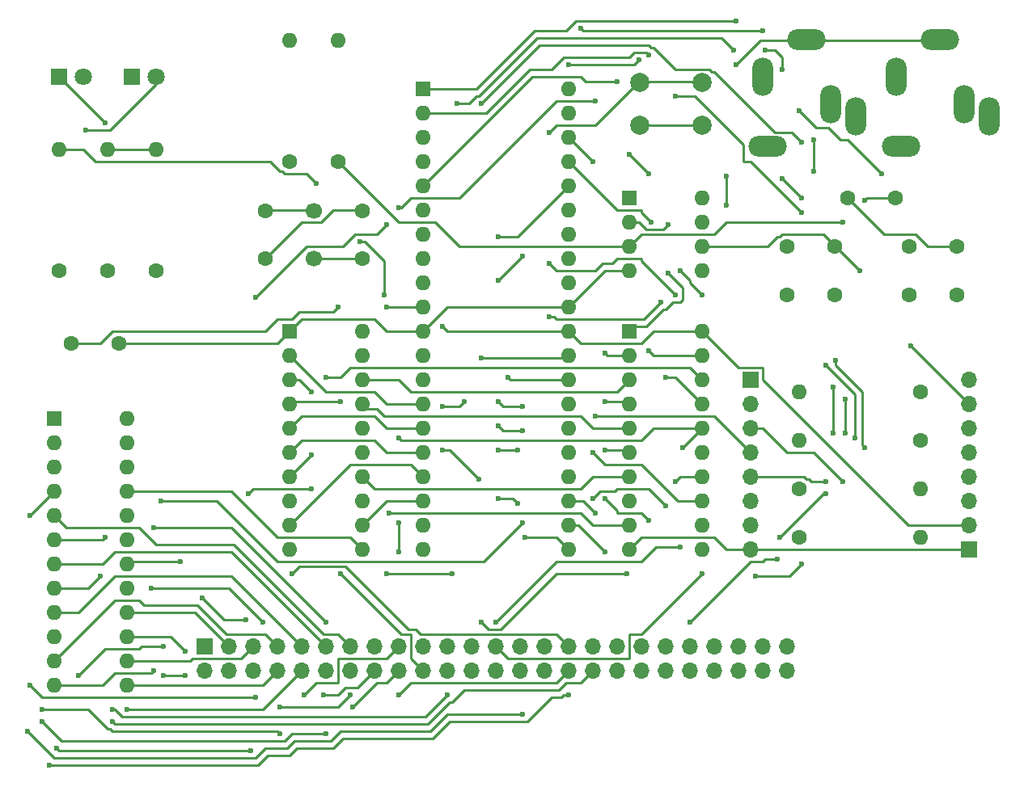
<source format=gbl>
G04 #@! TF.FileFunction,Copper,L2,Bot,Signal*
%FSLAX46Y46*%
G04 Gerber Fmt 4.6, Leading zero omitted, Abs format (unit mm)*
G04 Created by KiCad (PCBNEW 4.0.7) date 03/30/18 14:47:40*
%MOMM*%
%LPD*%
G01*
G04 APERTURE LIST*
%ADD10C,0.100000*%
%ADD11C,1.600000*%
%ADD12R,1.700000X1.700000*%
%ADD13O,1.700000X1.700000*%
%ADD14R,1.800000X1.800000*%
%ADD15C,1.800000*%
%ADD16C,1.700000*%
%ADD17O,1.600000X1.600000*%
%ADD18C,2.000000*%
%ADD19R,1.600000X1.600000*%
%ADD20O,2.200000X4.000000*%
%ADD21O,4.000000X2.200000*%
%ADD22C,0.600000*%
%ADD23C,0.250000*%
G04 APERTURE END LIST*
D10*
D11*
X100330000Y-73660000D03*
X100330000Y-68660000D03*
X110490000Y-73660000D03*
X110490000Y-68660000D03*
X80010000Y-82550000D03*
X85010000Y-82550000D03*
D12*
X93980000Y-114300000D03*
D13*
X93980000Y-116840000D03*
X96520000Y-114300000D03*
X96520000Y-116840000D03*
X99060000Y-114300000D03*
X99060000Y-116840000D03*
X101600000Y-114300000D03*
X101600000Y-116840000D03*
X104140000Y-114300000D03*
X104140000Y-116840000D03*
X106680000Y-114300000D03*
X106680000Y-116840000D03*
X109220000Y-114300000D03*
X109220000Y-116840000D03*
X111760000Y-114300000D03*
X111760000Y-116840000D03*
X114300000Y-114300000D03*
X114300000Y-116840000D03*
X116840000Y-114300000D03*
X116840000Y-116840000D03*
X119380000Y-114300000D03*
X119380000Y-116840000D03*
X121920000Y-114300000D03*
X121920000Y-116840000D03*
X124460000Y-114300000D03*
X124460000Y-116840000D03*
X127000000Y-114300000D03*
X127000000Y-116840000D03*
X129540000Y-114300000D03*
X129540000Y-116840000D03*
X132080000Y-114300000D03*
X132080000Y-116840000D03*
X134620000Y-114300000D03*
X134620000Y-116840000D03*
X137160000Y-114300000D03*
X137160000Y-116840000D03*
X139700000Y-114300000D03*
X139700000Y-116840000D03*
X142240000Y-114300000D03*
X142240000Y-116840000D03*
X144780000Y-114300000D03*
X144780000Y-116840000D03*
X147320000Y-114300000D03*
X147320000Y-116840000D03*
X149860000Y-114300000D03*
X149860000Y-116840000D03*
X152400000Y-114300000D03*
X152400000Y-116840000D03*
X154940000Y-114300000D03*
X154940000Y-116840000D03*
D14*
X86360000Y-54610000D03*
D15*
X88900000Y-54610000D03*
D14*
X78740000Y-54610000D03*
D15*
X81280000Y-54610000D03*
D12*
X151130000Y-86360000D03*
D13*
X151130000Y-88900000D03*
X151130000Y-91440000D03*
X151130000Y-93980000D03*
X151130000Y-96520000D03*
X151130000Y-99060000D03*
X151130000Y-101600000D03*
X151130000Y-104140000D03*
D12*
X173990000Y-104140000D03*
D13*
X173990000Y-101600000D03*
X173990000Y-99060000D03*
X173990000Y-96520000D03*
X173990000Y-93980000D03*
X173990000Y-91440000D03*
X173990000Y-88900000D03*
X173990000Y-86360000D03*
D16*
X105410000Y-73660000D03*
X105410000Y-68660000D03*
D11*
X78740000Y-74930000D03*
D17*
X78740000Y-62230000D03*
D11*
X83820000Y-74930000D03*
D17*
X83820000Y-62230000D03*
D11*
X88900000Y-74930000D03*
D17*
X88900000Y-62230000D03*
D18*
X146050000Y-55190000D03*
X146050000Y-59690000D03*
X139550000Y-55190000D03*
X139550000Y-59690000D03*
D19*
X78232000Y-90424000D03*
D17*
X85852000Y-118364000D03*
X78232000Y-92964000D03*
X85852000Y-115824000D03*
X78232000Y-95504000D03*
X85852000Y-113284000D03*
X78232000Y-98044000D03*
X85852000Y-110744000D03*
X78232000Y-100584000D03*
X85852000Y-108204000D03*
X78232000Y-103124000D03*
X85852000Y-105664000D03*
X78232000Y-105664000D03*
X85852000Y-103124000D03*
X78232000Y-108204000D03*
X85852000Y-100584000D03*
X78232000Y-110744000D03*
X85852000Y-98044000D03*
X78232000Y-113284000D03*
X85852000Y-95504000D03*
X78232000Y-115824000D03*
X85852000Y-92964000D03*
X78232000Y-118364000D03*
X85852000Y-90424000D03*
D19*
X102870000Y-81280000D03*
D17*
X110490000Y-104140000D03*
X102870000Y-83820000D03*
X110490000Y-101600000D03*
X102870000Y-86360000D03*
X110490000Y-99060000D03*
X102870000Y-88900000D03*
X110490000Y-96520000D03*
X102870000Y-91440000D03*
X110490000Y-93980000D03*
X102870000Y-93980000D03*
X110490000Y-91440000D03*
X102870000Y-96520000D03*
X110490000Y-88900000D03*
X102870000Y-99060000D03*
X110490000Y-86360000D03*
X102870000Y-101600000D03*
X110490000Y-83820000D03*
X102870000Y-104140000D03*
X110490000Y-81280000D03*
D19*
X138430000Y-81280000D03*
D17*
X146050000Y-104140000D03*
X138430000Y-83820000D03*
X146050000Y-101600000D03*
X138430000Y-86360000D03*
X146050000Y-99060000D03*
X138430000Y-88900000D03*
X146050000Y-96520000D03*
X138430000Y-91440000D03*
X146050000Y-93980000D03*
X138430000Y-93980000D03*
X146050000Y-91440000D03*
X138430000Y-96520000D03*
X146050000Y-88900000D03*
X138430000Y-99060000D03*
X146050000Y-86360000D03*
X138430000Y-101600000D03*
X146050000Y-83820000D03*
X138430000Y-104140000D03*
X146050000Y-81280000D03*
D19*
X116840000Y-55880000D03*
D17*
X132080000Y-104140000D03*
X116840000Y-58420000D03*
X132080000Y-101600000D03*
X116840000Y-60960000D03*
X132080000Y-99060000D03*
X116840000Y-63500000D03*
X132080000Y-96520000D03*
X116840000Y-66040000D03*
X132080000Y-93980000D03*
X116840000Y-68580000D03*
X132080000Y-91440000D03*
X116840000Y-71120000D03*
X132080000Y-88900000D03*
X116840000Y-73660000D03*
X132080000Y-86360000D03*
X116840000Y-76200000D03*
X132080000Y-83820000D03*
X116840000Y-78740000D03*
X132080000Y-81280000D03*
X116840000Y-81280000D03*
X132080000Y-78740000D03*
X116840000Y-83820000D03*
X132080000Y-76200000D03*
X116840000Y-86360000D03*
X132080000Y-73660000D03*
X116840000Y-88900000D03*
X132080000Y-71120000D03*
X116840000Y-91440000D03*
X132080000Y-68580000D03*
X116840000Y-93980000D03*
X132080000Y-66040000D03*
X116840000Y-96520000D03*
X132080000Y-63500000D03*
X116840000Y-99060000D03*
X132080000Y-60960000D03*
X116840000Y-101600000D03*
X132080000Y-58420000D03*
X116840000Y-104140000D03*
X132080000Y-55880000D03*
D11*
X172720000Y-72390000D03*
X167720000Y-72390000D03*
X168910000Y-87630000D03*
D17*
X156210000Y-87630000D03*
D11*
X172720000Y-77470000D03*
X167720000Y-77470000D03*
X154940000Y-77470000D03*
X159940000Y-77470000D03*
X154940000Y-72390000D03*
X159940000Y-72390000D03*
X161290000Y-67310000D03*
X166290000Y-67310000D03*
D20*
X152400000Y-54610000D03*
D21*
X152900000Y-61910000D03*
D20*
X159500000Y-57510000D03*
X162200000Y-58710000D03*
D21*
X157000000Y-50710000D03*
D20*
X166370000Y-54610000D03*
D21*
X166870000Y-61910000D03*
D20*
X173470000Y-57510000D03*
X176170000Y-58710000D03*
D21*
X170970000Y-50710000D03*
D11*
X156210000Y-97790000D03*
D17*
X168910000Y-97790000D03*
D11*
X156210000Y-102870000D03*
D17*
X168910000Y-102870000D03*
D11*
X107950000Y-63500000D03*
D17*
X107950000Y-50800000D03*
D11*
X102870000Y-63500000D03*
D17*
X102870000Y-50800000D03*
D11*
X168910000Y-92710000D03*
D17*
X156210000Y-92710000D03*
D19*
X138430000Y-67310000D03*
D17*
X146050000Y-74930000D03*
X138430000Y-69850000D03*
X146050000Y-72390000D03*
X138430000Y-72390000D03*
X146050000Y-69850000D03*
X138430000Y-74930000D03*
X146050000Y-67310000D03*
D22*
X149606000Y-53340000D03*
X88646000Y-116840000D03*
X112776000Y-77470000D03*
X110236000Y-71882000D03*
X107950000Y-78740000D03*
X118872000Y-80772000D03*
X113030000Y-78740000D03*
X91948000Y-117348000D03*
X89662000Y-117348000D03*
X91948000Y-114808000D03*
X85852000Y-120904000D03*
X100076000Y-111760000D03*
X88392000Y-108204000D03*
X83058000Y-106934000D03*
X106680000Y-111760000D03*
X88646000Y-101854000D03*
X83566000Y-102870000D03*
X109220000Y-119380000D03*
X101854000Y-120650000D03*
X99314000Y-119634000D03*
X75692000Y-118364000D03*
X106426000Y-119380000D03*
X101854000Y-123444000D03*
X76962000Y-120904000D03*
X75692000Y-100584000D03*
X78486000Y-124968000D03*
X98806000Y-125222000D03*
X104394000Y-119380000D03*
X76962000Y-122174000D03*
X106680000Y-123444000D03*
X109474000Y-120650000D03*
X108204000Y-106680000D03*
X113284000Y-100330000D03*
X114300000Y-104394000D03*
X114300000Y-101346000D03*
X105156000Y-94234000D03*
X122936000Y-111760000D03*
X138176000Y-106680000D03*
X143256000Y-97028000D03*
X119380000Y-119380000D03*
X84328000Y-120904000D03*
X80772000Y-117348000D03*
X89662000Y-114300000D03*
X124460000Y-111760000D03*
X143764000Y-103886000D03*
X146050000Y-106680000D03*
X106680000Y-86106000D03*
X105156000Y-87630000D03*
X144018000Y-93472000D03*
X142240000Y-99568000D03*
X134620000Y-98806000D03*
X108204000Y-88646000D03*
X114300000Y-92456000D03*
X93726000Y-109220000D03*
X98298000Y-111506000D03*
X103124000Y-106680000D03*
X91440000Y-105410000D03*
X98552000Y-98298000D03*
X105156000Y-97790000D03*
X114300000Y-119380000D03*
X84328000Y-122174000D03*
X144780000Y-111760000D03*
X153924000Y-105156000D03*
X154178000Y-102870000D03*
X159004000Y-98298000D03*
X159766000Y-91948000D03*
X159766000Y-87122000D03*
X156464000Y-68834000D03*
X143256000Y-56642000D03*
X140462000Y-52324000D03*
X81534000Y-60198000D03*
X75438000Y-123190000D03*
X127254000Y-121412000D03*
X134874000Y-100330000D03*
X83566000Y-59436000D03*
X77724000Y-126746000D03*
X132080000Y-119380000D03*
X135890000Y-104394000D03*
X162052000Y-92456000D03*
X159004000Y-84836000D03*
X156464000Y-67310000D03*
X154432000Y-65278000D03*
X149352000Y-51816000D03*
X120396000Y-57404000D03*
X122936000Y-57404000D03*
X156464000Y-61468000D03*
X161036000Y-88392000D03*
X161036000Y-91948000D03*
X160782000Y-97028000D03*
X134874000Y-90170000D03*
X126746000Y-93726000D03*
X124714000Y-93726000D03*
X159004000Y-97028000D03*
X148590000Y-68072000D03*
X148590000Y-65024000D03*
X139446000Y-52832000D03*
X132080000Y-53340000D03*
X133350000Y-49530000D03*
X152400000Y-49784000D03*
X157734000Y-61214000D03*
X157734000Y-64516000D03*
X160020000Y-84328000D03*
X163068000Y-93472000D03*
X156464000Y-105664000D03*
X151638000Y-106934000D03*
X167894000Y-82804000D03*
X164846000Y-64770000D03*
X156210000Y-58166000D03*
X154432000Y-53848000D03*
X152654000Y-51816000D03*
X149606000Y-48768000D03*
X105664000Y-65786000D03*
X122936000Y-84074000D03*
X121158000Y-88646000D03*
X118872000Y-89154000D03*
X119888000Y-106680000D03*
X113030000Y-106680000D03*
X142494000Y-75184000D03*
X140462000Y-64770000D03*
X138430000Y-62738000D03*
X134874000Y-57150000D03*
X114300000Y-68326000D03*
X113030000Y-70104000D03*
X99314000Y-77724000D03*
X140462000Y-83312000D03*
X127508000Y-102870000D03*
X126746000Y-99314000D03*
X124714000Y-98806000D03*
X122682000Y-96774000D03*
X118872000Y-93726000D03*
X140716000Y-69850000D03*
X142240000Y-86106000D03*
X141732000Y-78232000D03*
X130048000Y-79756000D03*
X135890000Y-93726000D03*
X134620000Y-63500000D03*
X143256000Y-77470000D03*
X130048000Y-74168000D03*
X135890000Y-88646000D03*
X127254000Y-73406000D03*
X124714000Y-75946000D03*
X124714000Y-88646000D03*
X127254000Y-89154000D03*
X134620000Y-93980000D03*
X135890000Y-83566000D03*
X124714000Y-71374000D03*
X124714000Y-91186000D03*
X127254000Y-91694000D03*
X135890000Y-98806000D03*
X140462000Y-101092000D03*
X130048000Y-60452000D03*
X125730000Y-86106000D03*
X127254000Y-101346000D03*
X89408000Y-99060000D03*
X137160000Y-55118000D03*
X162560000Y-74930000D03*
X160782000Y-69850000D03*
X163068000Y-67564000D03*
X146050000Y-77470000D03*
X143764000Y-74930000D03*
X142494000Y-70104000D03*
D23*
X149606000Y-53340000D02*
X152146000Y-50800000D01*
X152146000Y-50800000D02*
X156972000Y-50800000D01*
X156972000Y-50800000D02*
X157000000Y-50710000D01*
X161290000Y-67310000D02*
X165100000Y-71120000D01*
X165100000Y-71120000D02*
X168402000Y-71120000D01*
X168402000Y-71120000D02*
X169672000Y-72390000D01*
X169672000Y-72390000D02*
X172720000Y-72390000D01*
X100330000Y-73660000D02*
X104140000Y-69850000D01*
X104140000Y-69850000D02*
X106172000Y-69850000D01*
X106172000Y-69850000D02*
X107442000Y-68580000D01*
X107442000Y-68580000D02*
X110490000Y-68580000D01*
X110490000Y-68580000D02*
X110490000Y-68660000D01*
X88646000Y-116840000D02*
X88392000Y-117094000D01*
X88392000Y-117094000D02*
X84582000Y-117094000D01*
X84582000Y-117094000D02*
X83312000Y-118364000D01*
X83312000Y-118364000D02*
X78232000Y-118364000D01*
X116840000Y-81280000D02*
X119380000Y-78740000D01*
X119380000Y-78740000D02*
X132080000Y-78740000D01*
X151130000Y-104140000D02*
X173990000Y-104140000D01*
X132080000Y-78740000D02*
X135890000Y-74930000D01*
X135890000Y-74930000D02*
X138430000Y-74930000D01*
X102870000Y-81280000D02*
X101600000Y-82550000D01*
X101600000Y-82550000D02*
X85010000Y-82550000D01*
X157000000Y-50710000D02*
X156972000Y-50800000D01*
X156972000Y-50800000D02*
X170942000Y-50800000D01*
X170942000Y-50800000D02*
X170970000Y-50710000D01*
X102870000Y-81280000D02*
X104140000Y-80010000D01*
X104140000Y-80010000D02*
X111760000Y-80010000D01*
X111760000Y-80010000D02*
X113030000Y-81280000D01*
X113030000Y-81280000D02*
X116840000Y-81280000D01*
X138430000Y-104140000D02*
X139700000Y-102870000D01*
X139700000Y-102870000D02*
X147320000Y-102870000D01*
X147320000Y-102870000D02*
X148590000Y-104140000D01*
X148590000Y-104140000D02*
X151130000Y-104140000D01*
X139550000Y-59690000D02*
X146050000Y-59690000D01*
X83820000Y-62230000D02*
X88900000Y-62230000D01*
X112776000Y-77470000D02*
X112776000Y-73914000D01*
X112776000Y-73914000D02*
X110744000Y-71882000D01*
X110744000Y-71882000D02*
X110236000Y-71882000D01*
X105410000Y-68660000D02*
X105410000Y-68580000D01*
X105410000Y-68580000D02*
X100330000Y-68580000D01*
X100330000Y-68580000D02*
X100330000Y-68660000D01*
X110490000Y-73660000D02*
X105410000Y-73660000D01*
X146050000Y-81280000D02*
X149860000Y-85090000D01*
X149860000Y-85090000D02*
X152400000Y-85090000D01*
X152400000Y-85090000D02*
X152400000Y-86360000D01*
X152400000Y-86360000D02*
X167640000Y-101600000D01*
X167640000Y-101600000D02*
X173990000Y-101600000D01*
X107950000Y-78740000D02*
X107442000Y-79248000D01*
X107442000Y-79248000D02*
X103886000Y-79248000D01*
X103886000Y-79248000D02*
X103124000Y-80010000D01*
X103124000Y-80010000D02*
X101600000Y-80010000D01*
X101600000Y-80010000D02*
X100330000Y-81280000D01*
X100330000Y-81280000D02*
X84328000Y-81280000D01*
X84328000Y-81280000D02*
X83058000Y-82550000D01*
X83058000Y-82550000D02*
X80010000Y-82550000D01*
X118872000Y-80772000D02*
X119380000Y-81280000D01*
X119380000Y-81280000D02*
X132080000Y-81280000D01*
X113030000Y-78740000D02*
X116840000Y-78740000D01*
X132080000Y-81280000D02*
X133350000Y-82550000D01*
X133350000Y-82550000D02*
X139700000Y-82550000D01*
X139700000Y-82550000D02*
X140970000Y-81280000D01*
X140970000Y-81280000D02*
X146050000Y-81280000D01*
X96520000Y-114300000D02*
X92964000Y-110744000D01*
X92964000Y-110744000D02*
X85852000Y-110744000D01*
X91948000Y-117348000D02*
X89662000Y-117348000D01*
X99060000Y-114300000D02*
X97790000Y-115570000D01*
X97790000Y-115570000D02*
X92710000Y-115570000D01*
X92710000Y-115570000D02*
X92456000Y-115824000D01*
X92456000Y-115824000D02*
X85852000Y-115824000D01*
X91948000Y-114808000D02*
X90424000Y-113284000D01*
X90424000Y-113284000D02*
X85852000Y-113284000D01*
X78232000Y-115824000D02*
X84582000Y-109474000D01*
X84582000Y-109474000D02*
X87122000Y-109474000D01*
X87122000Y-109474000D02*
X87630000Y-109982000D01*
X87630000Y-109982000D02*
X93218000Y-109982000D01*
X93218000Y-109982000D02*
X96266000Y-113030000D01*
X96266000Y-113030000D02*
X100330000Y-113030000D01*
X100330000Y-113030000D02*
X101600000Y-114300000D01*
X101600000Y-116840000D02*
X100076000Y-118364000D01*
X100076000Y-118364000D02*
X85852000Y-118364000D01*
X104140000Y-114300000D02*
X96774000Y-106934000D01*
X96774000Y-106934000D02*
X84582000Y-106934000D01*
X84582000Y-106934000D02*
X80772000Y-110744000D01*
X80772000Y-110744000D02*
X78232000Y-110744000D01*
X104140000Y-116840000D02*
X100076000Y-120904000D01*
X100076000Y-120904000D02*
X85852000Y-120904000D01*
X106680000Y-114300000D02*
X96774000Y-104394000D01*
X96774000Y-104394000D02*
X84582000Y-104394000D01*
X84582000Y-104394000D02*
X83312000Y-105664000D01*
X83312000Y-105664000D02*
X78232000Y-105664000D01*
X100076000Y-111760000D02*
X96520000Y-108204000D01*
X96520000Y-108204000D02*
X88392000Y-108204000D01*
X83058000Y-106934000D02*
X81788000Y-108204000D01*
X81788000Y-108204000D02*
X78232000Y-108204000D01*
X78232000Y-100584000D02*
X79502000Y-101854000D01*
X79502000Y-101854000D02*
X87122000Y-101854000D01*
X87122000Y-101854000D02*
X88900000Y-103632000D01*
X88900000Y-103632000D02*
X97028000Y-103632000D01*
X97028000Y-103632000D02*
X106426000Y-113030000D01*
X106426000Y-113030000D02*
X107950000Y-113030000D01*
X107950000Y-113030000D02*
X109220000Y-114300000D01*
X106680000Y-111760000D02*
X96774000Y-101854000D01*
X96774000Y-101854000D02*
X88646000Y-101854000D01*
X83566000Y-102870000D02*
X83312000Y-103124000D01*
X83312000Y-103124000D02*
X78232000Y-103124000D01*
X109220000Y-119380000D02*
X107950000Y-120650000D01*
X107950000Y-120650000D02*
X101854000Y-120650000D01*
X99314000Y-119634000D02*
X76962000Y-119634000D01*
X76962000Y-119634000D02*
X75692000Y-118364000D01*
X111760000Y-116840000D02*
X109982000Y-118618000D01*
X109982000Y-118618000D02*
X108712000Y-118618000D01*
X108712000Y-118618000D02*
X107950000Y-119380000D01*
X107950000Y-119380000D02*
X106426000Y-119380000D01*
X101854000Y-123444000D02*
X101600000Y-123190000D01*
X101600000Y-123190000D02*
X84328000Y-123190000D01*
X84328000Y-123190000D02*
X84074000Y-122936000D01*
X84074000Y-122936000D02*
X83820000Y-122936000D01*
X83820000Y-122936000D02*
X81788000Y-120904000D01*
X81788000Y-120904000D02*
X76962000Y-120904000D01*
X75692000Y-100584000D02*
X78232000Y-98044000D01*
X78486000Y-124968000D02*
X78740000Y-125222000D01*
X78740000Y-125222000D02*
X98806000Y-125222000D01*
X104394000Y-119380000D02*
X105664000Y-118110000D01*
X105664000Y-118110000D02*
X107950000Y-118110000D01*
X107950000Y-118110000D02*
X107950000Y-115570000D01*
X107950000Y-115570000D02*
X113030000Y-115570000D01*
X113030000Y-115570000D02*
X114300000Y-114300000D01*
X76962000Y-122174000D02*
X78994000Y-124206000D01*
X78994000Y-124206000D02*
X102362000Y-124206000D01*
X102362000Y-124206000D02*
X103124000Y-123444000D01*
X103124000Y-123444000D02*
X106680000Y-123444000D01*
X109474000Y-120650000D02*
X112014000Y-118110000D01*
X112014000Y-118110000D02*
X113030000Y-118110000D01*
X113030000Y-118110000D02*
X114300000Y-116840000D01*
X110490000Y-88900000D02*
X110998000Y-89408000D01*
X110998000Y-89408000D02*
X112014000Y-89408000D01*
X112014000Y-89408000D02*
X112776000Y-90170000D01*
X112776000Y-90170000D02*
X133350000Y-90170000D01*
X133350000Y-90170000D02*
X134620000Y-91440000D01*
X134620000Y-91440000D02*
X138430000Y-91440000D01*
X108204000Y-106680000D02*
X114554000Y-113030000D01*
X114554000Y-113030000D02*
X115570000Y-113030000D01*
X115570000Y-113030000D02*
X115570000Y-115570000D01*
X115570000Y-115570000D02*
X116840000Y-116840000D01*
X138430000Y-86360000D02*
X137160000Y-87630000D01*
X137160000Y-87630000D02*
X115570000Y-87630000D01*
X115570000Y-87630000D02*
X114300000Y-86360000D01*
X114300000Y-86360000D02*
X110490000Y-86360000D01*
X113284000Y-100330000D02*
X133350000Y-100330000D01*
X133350000Y-100330000D02*
X134620000Y-101600000D01*
X134620000Y-101600000D02*
X138430000Y-101600000D01*
X114300000Y-104394000D02*
X114300000Y-101346000D01*
X110490000Y-96520000D02*
X111760000Y-97790000D01*
X111760000Y-97790000D02*
X133350000Y-97790000D01*
X133350000Y-97790000D02*
X134620000Y-96520000D01*
X134620000Y-96520000D02*
X138430000Y-96520000D01*
X105156000Y-94234000D02*
X102870000Y-96520000D01*
X122936000Y-111760000D02*
X123698000Y-112522000D01*
X123698000Y-112522000D02*
X124968000Y-112522000D01*
X124968000Y-112522000D02*
X130810000Y-106680000D01*
X130810000Y-106680000D02*
X138176000Y-106680000D01*
X143256000Y-97028000D02*
X143764000Y-96520000D01*
X143764000Y-96520000D02*
X146050000Y-96520000D01*
X119380000Y-119380000D02*
X117094000Y-121666000D01*
X117094000Y-121666000D02*
X85344000Y-121666000D01*
X85344000Y-121666000D02*
X84582000Y-120904000D01*
X84582000Y-120904000D02*
X84328000Y-120904000D01*
X80772000Y-117348000D02*
X83566000Y-114554000D01*
X83566000Y-114554000D02*
X87122000Y-114554000D01*
X87122000Y-114554000D02*
X87376000Y-114300000D01*
X87376000Y-114300000D02*
X89662000Y-114300000D01*
X124460000Y-111760000D02*
X130810000Y-105410000D01*
X130810000Y-105410000D02*
X139700000Y-105410000D01*
X139700000Y-105410000D02*
X141224000Y-103886000D01*
X141224000Y-103886000D02*
X143764000Y-103886000D01*
X146050000Y-106680000D02*
X139700000Y-113030000D01*
X139700000Y-113030000D02*
X138430000Y-113030000D01*
X138430000Y-113030000D02*
X138430000Y-115570000D01*
X138430000Y-115570000D02*
X125730000Y-115570000D01*
X125730000Y-115570000D02*
X124460000Y-114300000D01*
X146050000Y-86360000D02*
X144780000Y-85090000D01*
X144780000Y-85090000D02*
X109220000Y-85090000D01*
X109220000Y-85090000D02*
X108204000Y-86106000D01*
X108204000Y-86106000D02*
X106680000Y-86106000D01*
X105156000Y-87630000D02*
X103886000Y-86360000D01*
X103886000Y-86360000D02*
X102870000Y-86360000D01*
X146050000Y-91440000D02*
X144018000Y-93472000D01*
X142240000Y-99568000D02*
X140462000Y-97790000D01*
X140462000Y-97790000D02*
X137160000Y-97790000D01*
X137160000Y-97790000D02*
X136906000Y-98044000D01*
X136906000Y-98044000D02*
X135382000Y-98044000D01*
X135382000Y-98044000D02*
X134620000Y-98806000D01*
X102870000Y-88900000D02*
X103124000Y-88646000D01*
X103124000Y-88646000D02*
X108204000Y-88646000D01*
X114300000Y-92456000D02*
X114554000Y-92710000D01*
X114554000Y-92710000D02*
X139700000Y-92710000D01*
X139700000Y-92710000D02*
X140970000Y-91440000D01*
X140970000Y-91440000D02*
X146050000Y-91440000D01*
X93726000Y-109220000D02*
X96012000Y-111506000D01*
X96012000Y-111506000D02*
X98298000Y-111506000D01*
X103124000Y-106680000D02*
X103886000Y-105918000D01*
X103886000Y-105918000D02*
X108712000Y-105918000D01*
X108712000Y-105918000D02*
X115316000Y-112522000D01*
X115316000Y-112522000D02*
X116078000Y-112522000D01*
X116078000Y-112522000D02*
X116586000Y-113030000D01*
X116586000Y-113030000D02*
X130810000Y-113030000D01*
X130810000Y-113030000D02*
X132080000Y-114300000D01*
X85852000Y-105664000D02*
X86106000Y-105410000D01*
X86106000Y-105410000D02*
X91440000Y-105410000D01*
X98552000Y-98298000D02*
X99060000Y-97790000D01*
X99060000Y-97790000D02*
X105156000Y-97790000D01*
X114300000Y-119380000D02*
X115570000Y-118110000D01*
X115570000Y-118110000D02*
X130810000Y-118110000D01*
X130810000Y-118110000D02*
X132080000Y-116840000D01*
X84328000Y-122174000D02*
X84582000Y-122428000D01*
X84582000Y-122428000D02*
X117348000Y-122428000D01*
X117348000Y-122428000D02*
X119634000Y-120142000D01*
X119634000Y-120142000D02*
X119888000Y-120142000D01*
X119888000Y-120142000D02*
X121158000Y-118872000D01*
X121158000Y-118872000D02*
X131064000Y-118872000D01*
X131064000Y-118872000D02*
X131826000Y-118110000D01*
X131826000Y-118110000D02*
X133350000Y-118110000D01*
X133350000Y-118110000D02*
X134620000Y-116840000D01*
X144780000Y-111760000D02*
X151130000Y-105410000D01*
X151130000Y-105410000D02*
X152400000Y-105410000D01*
X152400000Y-105410000D02*
X152654000Y-105156000D01*
X152654000Y-105156000D02*
X153924000Y-105156000D01*
X154178000Y-102870000D02*
X158750000Y-98298000D01*
X158750000Y-98298000D02*
X159004000Y-98298000D01*
X159766000Y-91948000D02*
X159766000Y-87122000D01*
X156464000Y-68834000D02*
X151130000Y-63500000D01*
X151130000Y-63500000D02*
X150368000Y-63500000D01*
X150368000Y-63500000D02*
X150368000Y-61722000D01*
X150368000Y-61722000D02*
X145288000Y-56642000D01*
X145288000Y-56642000D02*
X143256000Y-56642000D01*
X140462000Y-52324000D02*
X140208000Y-52070000D01*
X140208000Y-52070000D02*
X138938000Y-52070000D01*
X138938000Y-52070000D02*
X138430000Y-52578000D01*
X138430000Y-52578000D02*
X131572000Y-52578000D01*
X131572000Y-52578000D02*
X130302000Y-53848000D01*
X130302000Y-53848000D02*
X128016000Y-53848000D01*
X128016000Y-53848000D02*
X123444000Y-58420000D01*
X123444000Y-58420000D02*
X116840000Y-58420000D01*
X88900000Y-54610000D02*
X88900000Y-55372000D01*
X88900000Y-55372000D02*
X84074000Y-60198000D01*
X84074000Y-60198000D02*
X81534000Y-60198000D01*
X75438000Y-123190000D02*
X78232000Y-125984000D01*
X78232000Y-125984000D02*
X99314000Y-125984000D01*
X99314000Y-125984000D02*
X100330000Y-124968000D01*
X100330000Y-124968000D02*
X102616000Y-124968000D01*
X102616000Y-124968000D02*
X103378000Y-124206000D01*
X103378000Y-124206000D02*
X107188000Y-124206000D01*
X107188000Y-124206000D02*
X108204000Y-123190000D01*
X108204000Y-123190000D02*
X117602000Y-123190000D01*
X117602000Y-123190000D02*
X119380000Y-121412000D01*
X119380000Y-121412000D02*
X127254000Y-121412000D01*
X134874000Y-100330000D02*
X133604000Y-99060000D01*
X133604000Y-99060000D02*
X132080000Y-99060000D01*
X78740000Y-54610000D02*
X83566000Y-59436000D01*
X77724000Y-126746000D02*
X99568000Y-126746000D01*
X99568000Y-126746000D02*
X100584000Y-125730000D01*
X100584000Y-125730000D02*
X102870000Y-125730000D01*
X102870000Y-125730000D02*
X103632000Y-124968000D01*
X103632000Y-124968000D02*
X107442000Y-124968000D01*
X107442000Y-124968000D02*
X108458000Y-123952000D01*
X108458000Y-123952000D02*
X117856000Y-123952000D01*
X117856000Y-123952000D02*
X119634000Y-122174000D01*
X119634000Y-122174000D02*
X127762000Y-122174000D01*
X127762000Y-122174000D02*
X130302000Y-119634000D01*
X130302000Y-119634000D02*
X131318000Y-119634000D01*
X131318000Y-119634000D02*
X131572000Y-119380000D01*
X131572000Y-119380000D02*
X132080000Y-119380000D01*
X135890000Y-104394000D02*
X133096000Y-101600000D01*
X133096000Y-101600000D02*
X132080000Y-101600000D01*
X162052000Y-92456000D02*
X162052000Y-87884000D01*
X162052000Y-87884000D02*
X159004000Y-84836000D01*
X156464000Y-67310000D02*
X154432000Y-65278000D01*
X149352000Y-51816000D02*
X148082000Y-50546000D01*
X148082000Y-50546000D02*
X128778000Y-50546000D01*
X128778000Y-50546000D02*
X122682000Y-56642000D01*
X122682000Y-56642000D02*
X122428000Y-56642000D01*
X122428000Y-56642000D02*
X121666000Y-57404000D01*
X121666000Y-57404000D02*
X120396000Y-57404000D01*
X122936000Y-57404000D02*
X129032000Y-51308000D01*
X129032000Y-51308000D02*
X140462000Y-51308000D01*
X140462000Y-51308000D02*
X140716000Y-51562000D01*
X140716000Y-51562000D02*
X140970000Y-51562000D01*
X140970000Y-51562000D02*
X143256000Y-53848000D01*
X143256000Y-53848000D02*
X146812000Y-53848000D01*
X146812000Y-53848000D02*
X147066000Y-54102000D01*
X147066000Y-54102000D02*
X147320000Y-54102000D01*
X147320000Y-54102000D02*
X153670000Y-60452000D01*
X153670000Y-60452000D02*
X155448000Y-60452000D01*
X155448000Y-60452000D02*
X156464000Y-61468000D01*
X161036000Y-88392000D02*
X161036000Y-91948000D01*
X160782000Y-97028000D02*
X157734000Y-93980000D01*
X157734000Y-93980000D02*
X154940000Y-93980000D01*
X154940000Y-93980000D02*
X152400000Y-91440000D01*
X152400000Y-91440000D02*
X151130000Y-91440000D01*
X151130000Y-93980000D02*
X147320000Y-90170000D01*
X147320000Y-90170000D02*
X134874000Y-90170000D01*
X126746000Y-93726000D02*
X124714000Y-93726000D01*
X151130000Y-96520000D02*
X156718000Y-96520000D01*
X156718000Y-96520000D02*
X156972000Y-96774000D01*
X156972000Y-96774000D02*
X157226000Y-96774000D01*
X157226000Y-96774000D02*
X157480000Y-97028000D01*
X157480000Y-97028000D02*
X159004000Y-97028000D01*
X148590000Y-68072000D02*
X148590000Y-65024000D01*
X139446000Y-52832000D02*
X138938000Y-53340000D01*
X138938000Y-53340000D02*
X132080000Y-53340000D01*
X133350000Y-49530000D02*
X133604000Y-49784000D01*
X133604000Y-49784000D02*
X152400000Y-49784000D01*
X157734000Y-61214000D02*
X157734000Y-64516000D01*
X160020000Y-84328000D02*
X160020000Y-84836000D01*
X160020000Y-84836000D02*
X162814000Y-87630000D01*
X162814000Y-87630000D02*
X162814000Y-93218000D01*
X162814000Y-93218000D02*
X163068000Y-93472000D01*
X156464000Y-105664000D02*
X155194000Y-106934000D01*
X155194000Y-106934000D02*
X151638000Y-106934000D01*
X173990000Y-88900000D02*
X167894000Y-82804000D01*
X164846000Y-64770000D02*
X161290000Y-61214000D01*
X161290000Y-61214000D02*
X160528000Y-61214000D01*
X160528000Y-61214000D02*
X159258000Y-59944000D01*
X159258000Y-59944000D02*
X157988000Y-59944000D01*
X157988000Y-59944000D02*
X156210000Y-58166000D01*
X154432000Y-53848000D02*
X154432000Y-52578000D01*
X154432000Y-52578000D02*
X153670000Y-51816000D01*
X153670000Y-51816000D02*
X152654000Y-51816000D01*
X149606000Y-48768000D02*
X132842000Y-48768000D01*
X132842000Y-48768000D02*
X131826000Y-49784000D01*
X131826000Y-49784000D02*
X128524000Y-49784000D01*
X128524000Y-49784000D02*
X122428000Y-55880000D01*
X122428000Y-55880000D02*
X116840000Y-55880000D01*
X105664000Y-65786000D02*
X104648000Y-64770000D01*
X104648000Y-64770000D02*
X102362000Y-64770000D01*
X102362000Y-64770000D02*
X102108000Y-64516000D01*
X102108000Y-64516000D02*
X101854000Y-64516000D01*
X101854000Y-64516000D02*
X100838000Y-63500000D01*
X100838000Y-63500000D02*
X82550000Y-63500000D01*
X82550000Y-63500000D02*
X81280000Y-62230000D01*
X81280000Y-62230000D02*
X78740000Y-62230000D01*
X132080000Y-83820000D02*
X131826000Y-84074000D01*
X131826000Y-84074000D02*
X122936000Y-84074000D01*
X121158000Y-88646000D02*
X120650000Y-89154000D01*
X120650000Y-89154000D02*
X118872000Y-89154000D01*
X119888000Y-106680000D02*
X113030000Y-106680000D01*
X110490000Y-104140000D02*
X109220000Y-102870000D01*
X109220000Y-102870000D02*
X101600000Y-102870000D01*
X101600000Y-102870000D02*
X96774000Y-98044000D01*
X96774000Y-98044000D02*
X85852000Y-98044000D01*
X138430000Y-81280000D02*
X138938000Y-80772000D01*
X138938000Y-80772000D02*
X140208000Y-80772000D01*
X140208000Y-80772000D02*
X141986000Y-78994000D01*
X141986000Y-78994000D02*
X142240000Y-78994000D01*
X142240000Y-78994000D02*
X143002000Y-78232000D01*
X143002000Y-78232000D02*
X143764000Y-78232000D01*
X143764000Y-78232000D02*
X144018000Y-77978000D01*
X144018000Y-77978000D02*
X144018000Y-76708000D01*
X144018000Y-76708000D02*
X142494000Y-75184000D01*
X140462000Y-64770000D02*
X138430000Y-62738000D01*
X134874000Y-57150000D02*
X130810000Y-57150000D01*
X130810000Y-57150000D02*
X120650000Y-67310000D01*
X120650000Y-67310000D02*
X115570000Y-67310000D01*
X115570000Y-67310000D02*
X114554000Y-68326000D01*
X114554000Y-68326000D02*
X114300000Y-68326000D01*
X113030000Y-70104000D02*
X112014000Y-71120000D01*
X112014000Y-71120000D02*
X109728000Y-71120000D01*
X109728000Y-71120000D02*
X108458000Y-72390000D01*
X108458000Y-72390000D02*
X104648000Y-72390000D01*
X104648000Y-72390000D02*
X99314000Y-77724000D01*
X140462000Y-83312000D02*
X140970000Y-83820000D01*
X140970000Y-83820000D02*
X146050000Y-83820000D01*
X102870000Y-83820000D02*
X106680000Y-87630000D01*
X106680000Y-87630000D02*
X111760000Y-87630000D01*
X111760000Y-87630000D02*
X113030000Y-88900000D01*
X113030000Y-88900000D02*
X116840000Y-88900000D01*
X110490000Y-101600000D02*
X113030000Y-99060000D01*
X113030000Y-99060000D02*
X116840000Y-99060000D01*
X102870000Y-91440000D02*
X104140000Y-90170000D01*
X104140000Y-90170000D02*
X111760000Y-90170000D01*
X111760000Y-90170000D02*
X113030000Y-91440000D01*
X113030000Y-91440000D02*
X116840000Y-91440000D01*
X102870000Y-93980000D02*
X104140000Y-92710000D01*
X104140000Y-92710000D02*
X111760000Y-92710000D01*
X111760000Y-92710000D02*
X113030000Y-93980000D01*
X113030000Y-93980000D02*
X116840000Y-93980000D01*
X116840000Y-96520000D02*
X115570000Y-95250000D01*
X115570000Y-95250000D02*
X109220000Y-95250000D01*
X109220000Y-95250000D02*
X102870000Y-101600000D01*
X132080000Y-104140000D02*
X130810000Y-102870000D01*
X130810000Y-102870000D02*
X127508000Y-102870000D01*
X126746000Y-99314000D02*
X126238000Y-98806000D01*
X126238000Y-98806000D02*
X124714000Y-98806000D01*
X122682000Y-96774000D02*
X119634000Y-93726000D01*
X119634000Y-93726000D02*
X118872000Y-93726000D01*
X140716000Y-69850000D02*
X139700000Y-68834000D01*
X139700000Y-68834000D02*
X139700000Y-68580000D01*
X139700000Y-68580000D02*
X137160000Y-68580000D01*
X137160000Y-68580000D02*
X132080000Y-63500000D01*
X146050000Y-88900000D02*
X143256000Y-86106000D01*
X143256000Y-86106000D02*
X142240000Y-86106000D01*
X141732000Y-78232000D02*
X139954000Y-80010000D01*
X139954000Y-80010000D02*
X130810000Y-80010000D01*
X130810000Y-80010000D02*
X130556000Y-79756000D01*
X130556000Y-79756000D02*
X130048000Y-79756000D01*
X138430000Y-93980000D02*
X138176000Y-93726000D01*
X138176000Y-93726000D02*
X135890000Y-93726000D01*
X134620000Y-63500000D02*
X132080000Y-60960000D01*
X143256000Y-77470000D02*
X139700000Y-73914000D01*
X139700000Y-73914000D02*
X139700000Y-73660000D01*
X139700000Y-73660000D02*
X137160000Y-73660000D01*
X137160000Y-73660000D02*
X136652000Y-74168000D01*
X136652000Y-74168000D02*
X135636000Y-74168000D01*
X135636000Y-74168000D02*
X134874000Y-74930000D01*
X134874000Y-74930000D02*
X130810000Y-74930000D01*
X130810000Y-74930000D02*
X130048000Y-74168000D01*
X138430000Y-88900000D02*
X138176000Y-88646000D01*
X138176000Y-88646000D02*
X135890000Y-88646000D01*
X127254000Y-73406000D02*
X124714000Y-75946000D01*
X124714000Y-88646000D02*
X125222000Y-89154000D01*
X125222000Y-89154000D02*
X127254000Y-89154000D01*
X134620000Y-93980000D02*
X135890000Y-95250000D01*
X135890000Y-95250000D02*
X139700000Y-95250000D01*
X139700000Y-95250000D02*
X143510000Y-99060000D01*
X143510000Y-99060000D02*
X146050000Y-99060000D01*
X135890000Y-83566000D02*
X136144000Y-83820000D01*
X136144000Y-83820000D02*
X138430000Y-83820000D01*
X132080000Y-66040000D02*
X126746000Y-71374000D01*
X126746000Y-71374000D02*
X124714000Y-71374000D01*
X124714000Y-91186000D02*
X125222000Y-91694000D01*
X125222000Y-91694000D02*
X127254000Y-91694000D01*
X135890000Y-98806000D02*
X137160000Y-100076000D01*
X137160000Y-100076000D02*
X137160000Y-100330000D01*
X137160000Y-100330000D02*
X139700000Y-100330000D01*
X139700000Y-100330000D02*
X140462000Y-101092000D01*
X139550000Y-55190000D02*
X139446000Y-55118000D01*
X139446000Y-55118000D02*
X134874000Y-59690000D01*
X134874000Y-59690000D02*
X130810000Y-59690000D01*
X130810000Y-59690000D02*
X130048000Y-60452000D01*
X125730000Y-86106000D02*
X125984000Y-86360000D01*
X125984000Y-86360000D02*
X132080000Y-86360000D01*
X146050000Y-55190000D02*
X146050000Y-55118000D01*
X146050000Y-55118000D02*
X139446000Y-55118000D01*
X139446000Y-55118000D02*
X139550000Y-55190000D01*
X127254000Y-101346000D02*
X123190000Y-105410000D01*
X123190000Y-105410000D02*
X101600000Y-105410000D01*
X101600000Y-105410000D02*
X95250000Y-99060000D01*
X95250000Y-99060000D02*
X89408000Y-99060000D01*
X116840000Y-66040000D02*
X128270000Y-54610000D01*
X128270000Y-54610000D02*
X133350000Y-54610000D01*
X133350000Y-54610000D02*
X133858000Y-55118000D01*
X133858000Y-55118000D02*
X137160000Y-55118000D01*
X162560000Y-74930000D02*
X160020000Y-72390000D01*
X160020000Y-72390000D02*
X159940000Y-72390000D01*
X159940000Y-72390000D02*
X160020000Y-72390000D01*
X160020000Y-72390000D02*
X158750000Y-71120000D01*
X158750000Y-71120000D02*
X154432000Y-71120000D01*
X154432000Y-71120000D02*
X154178000Y-71374000D01*
X154178000Y-71374000D02*
X153924000Y-71374000D01*
X153924000Y-71374000D02*
X152908000Y-72390000D01*
X152908000Y-72390000D02*
X146050000Y-72390000D01*
X107950000Y-63500000D02*
X114300000Y-69850000D01*
X114300000Y-69850000D02*
X118110000Y-69850000D01*
X118110000Y-69850000D02*
X120650000Y-72390000D01*
X120650000Y-72390000D02*
X138430000Y-72390000D01*
X138430000Y-72390000D02*
X139700000Y-71120000D01*
X139700000Y-71120000D02*
X147320000Y-71120000D01*
X147320000Y-71120000D02*
X148590000Y-69850000D01*
X148590000Y-69850000D02*
X160782000Y-69850000D01*
X163068000Y-67564000D02*
X163322000Y-67310000D01*
X163322000Y-67310000D02*
X166290000Y-67310000D01*
X146050000Y-77470000D02*
X144780000Y-76200000D01*
X144780000Y-76200000D02*
X144780000Y-75946000D01*
X144780000Y-75946000D02*
X143764000Y-74930000D01*
X142494000Y-70104000D02*
X141986000Y-70612000D01*
X141986000Y-70612000D02*
X140208000Y-70612000D01*
X140208000Y-70612000D02*
X139446000Y-69850000D01*
X139446000Y-69850000D02*
X138430000Y-69850000D01*
M02*

</source>
